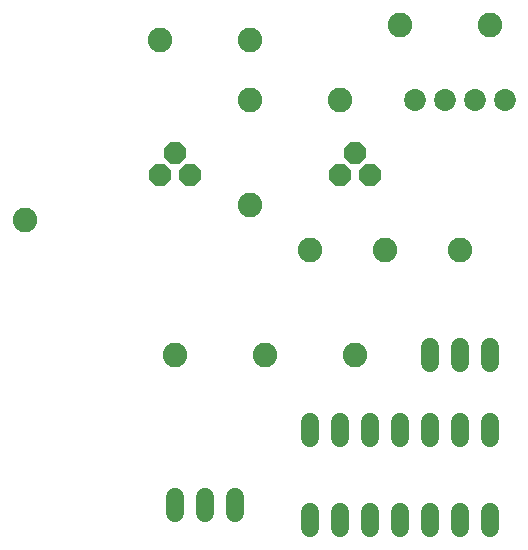
<source format=gbs>
G75*
G70*
%OFA0B0*%
%FSLAX24Y24*%
%IPPOS*%
%LPD*%
%AMOC8*
5,1,8,0,0,1.08239X$1,22.5*
%
%ADD10C,0.0820*%
%ADD11C,0.0730*%
%ADD12C,0.0600*%
%ADD13OC8,0.0740*%
D10*
X009600Y008100D03*
X012600Y008100D03*
X015600Y008100D03*
X016600Y011600D03*
X014100Y011600D03*
X012100Y013100D03*
X012100Y016600D03*
X012100Y018600D03*
X009100Y018600D03*
X015100Y016600D03*
X017100Y019100D03*
X020100Y019100D03*
X019100Y011600D03*
X004600Y012600D03*
D11*
X017600Y016600D03*
X018600Y016600D03*
X019600Y016600D03*
X020600Y016600D03*
D12*
X009600Y003360D02*
X009600Y002840D01*
X010600Y002840D02*
X010600Y003360D01*
X011600Y003360D02*
X011600Y002840D01*
X014100Y002860D02*
X014100Y002340D01*
X015100Y002340D02*
X015100Y002860D01*
X016100Y002860D02*
X016100Y002340D01*
X017100Y002340D02*
X017100Y002860D01*
X018100Y002860D02*
X018100Y002340D01*
X019100Y002340D02*
X019100Y002860D01*
X020100Y002860D02*
X020100Y002340D01*
X020100Y005340D02*
X020100Y005860D01*
X019100Y005860D02*
X019100Y005340D01*
X018100Y005340D02*
X018100Y005860D01*
X017100Y005860D02*
X017100Y005340D01*
X016100Y005340D02*
X016100Y005860D01*
X015100Y005860D02*
X015100Y005340D01*
X014100Y005340D02*
X014100Y005860D01*
X018100Y007840D02*
X018100Y008360D01*
X019100Y008360D02*
X019100Y007840D01*
X020100Y007840D02*
X020100Y008360D01*
D13*
X016100Y014100D03*
X015600Y014850D03*
X015100Y014100D03*
X010100Y014100D03*
X009600Y014850D03*
X009100Y014100D03*
M02*

</source>
